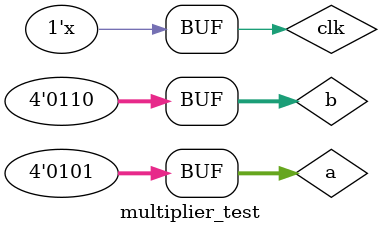
<source format=v>
`timescale 1ns / 1ps


module multiplier_test( );
reg [3:0] a=4'd5;
reg [3:0] b=4'd6;
reg clk = 0;
wire [7:0] answer;
always #5 clk=~clk;

Multiplier mut(.a(a),.b(b),.out(answer),.clk(clk));
endmodule

</source>
